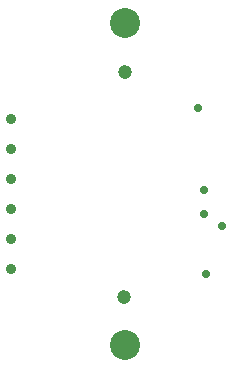
<source format=gbr>
%TF.GenerationSoftware,Altium Limited,Altium Designer,18.0.9 (584)*%
G04 Layer_Color=0*
%FSLAX26Y26*%
%MOIN*%
%TF.FileFunction,Plated,1,2,PTH,Drill*%
%TF.Part,Single*%
G01*
G75*
%TA.AperFunction,ComponentDrill*%
%ADD40C,0.035433*%
%ADD41C,0.047000*%
%ADD42C,0.100000*%
%TA.AperFunction,ViaDrill,NotFilled*%
%ADD43C,0.028000*%
D40*
X108267Y-610236D02*
D03*
Y-710236D02*
D03*
Y-810236D02*
D03*
Y-910236D02*
D03*
Y-1010236D02*
D03*
Y-1110236D02*
D03*
D41*
X486529Y-1200906D02*
D03*
X488129Y-452305D02*
D03*
D42*
Y-290406D02*
D03*
Y-1362805D02*
D03*
D43*
X731317Y-570894D02*
D03*
X811317Y-964894D02*
D03*
X751317Y-924803D02*
D03*
Y-846693D02*
D03*
X757401Y-1124803D02*
D03*
%TF.MD5,4561acf8fb7f63f1a854131a8f1b0b57*%
M02*

</source>
